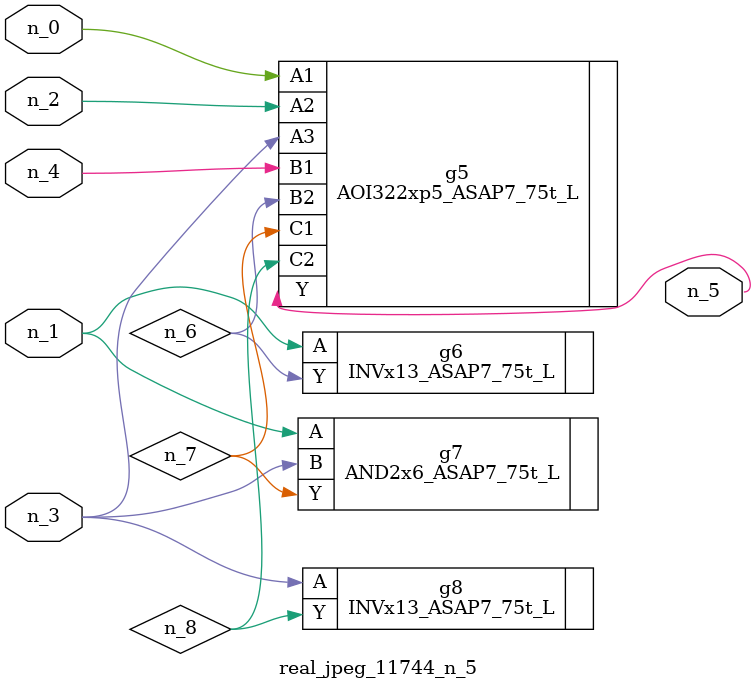
<source format=v>
module real_jpeg_11744_n_5 (n_4, n_0, n_1, n_2, n_3, n_5);

input n_4;
input n_0;
input n_1;
input n_2;
input n_3;

output n_5;

wire n_8;
wire n_6;
wire n_7;

AOI322xp5_ASAP7_75t_L g5 ( 
.A1(n_0),
.A2(n_2),
.A3(n_3),
.B1(n_4),
.B2(n_6),
.C1(n_7),
.C2(n_8),
.Y(n_5)
);

INVx13_ASAP7_75t_L g6 ( 
.A(n_1),
.Y(n_6)
);

AND2x6_ASAP7_75t_L g7 ( 
.A(n_1),
.B(n_3),
.Y(n_7)
);

INVx13_ASAP7_75t_L g8 ( 
.A(n_3),
.Y(n_8)
);


endmodule
</source>
